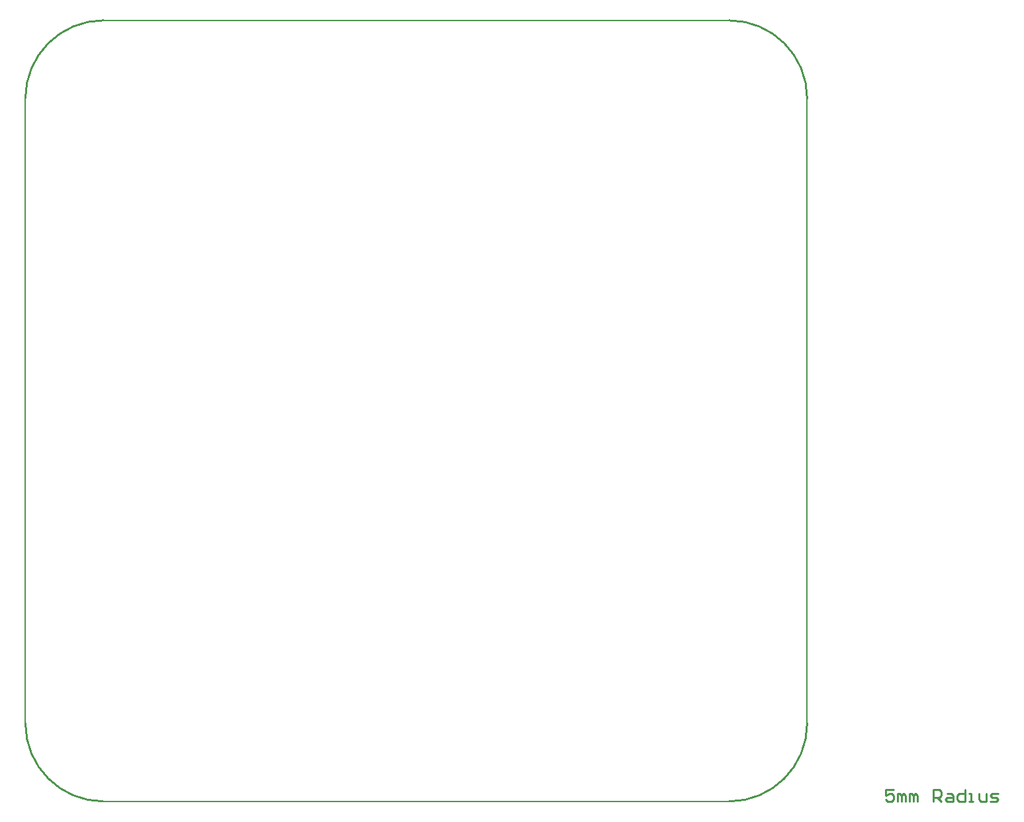
<source format=gko>
%FSLAX25Y25*%
%MOIN*%
G70*
G01*
G75*
G04 Layer_Color=32768*
%ADD10R,0.20276X0.12402*%
%ADD11O,0.00984X0.02756*%
%ADD12R,0.00984X0.02756*%
%ADD13R,0.02756X0.00984*%
%ADD14R,0.15197X0.10787*%
%ADD15R,0.01772X0.04134*%
%ADD16O,0.01772X0.04134*%
%ADD17R,0.04000X0.06000*%
%ADD18R,0.06000X0.04000*%
G04:AMPARAMS|DCode=19|XSize=40mil|YSize=60mil|CornerRadius=10mil|HoleSize=0mil|Usage=FLASHONLY|Rotation=0.000|XOffset=0mil|YOffset=0mil|HoleType=Round|Shape=RoundedRectangle|*
%AMROUNDEDRECTD19*
21,1,0.04000,0.04000,0,0,0.0*
21,1,0.02000,0.06000,0,0,0.0*
1,1,0.02000,0.01000,-0.02000*
1,1,0.02000,-0.01000,-0.02000*
1,1,0.02000,-0.01000,0.02000*
1,1,0.02000,0.01000,0.02000*
%
%ADD19ROUNDEDRECTD19*%
%ADD20R,0.01181X0.03543*%
%ADD21R,0.03543X0.01181*%
%ADD22R,0.05512X0.04724*%
%ADD23R,0.12992X0.05512*%
%ADD24R,0.04724X0.05512*%
%ADD25R,0.09449X0.05118*%
G04:AMPARAMS|DCode=26|XSize=35.43mil|YSize=39.37mil|CornerRadius=8.86mil|HoleSize=0mil|Usage=FLASHONLY|Rotation=90.000|XOffset=0mil|YOffset=0mil|HoleType=Round|Shape=RoundedRectangle|*
%AMROUNDEDRECTD26*
21,1,0.03543,0.02165,0,0,90.0*
21,1,0.01772,0.03937,0,0,90.0*
1,1,0.01772,0.01083,0.00886*
1,1,0.01772,0.01083,-0.00886*
1,1,0.01772,-0.01083,-0.00886*
1,1,0.01772,-0.01083,0.00886*
%
%ADD26ROUNDEDRECTD26*%
%ADD27R,0.03937X0.03543*%
%ADD28R,0.02756X0.01654*%
%ADD29R,0.12598X0.08268*%
%ADD30R,0.03543X0.08268*%
%ADD31O,0.02717X0.03898*%
%ADD32R,0.02717X0.03898*%
%ADD33R,0.01181X0.04724*%
%ADD34R,0.04724X0.01181*%
%ADD35O,0.03898X0.02717*%
%ADD36R,0.03898X0.02717*%
%ADD37R,0.05000X0.06299*%
%ADD38R,0.07087X0.05512*%
%ADD39R,0.14567X0.05906*%
%ADD40R,0.08661X0.05512*%
%ADD41R,0.03543X0.05512*%
%ADD42R,0.09843X0.06299*%
%ADD43R,0.14764X0.12992*%
%ADD44R,0.05512X0.08661*%
%ADD45R,0.05512X0.03543*%
%ADD46R,0.06299X0.07500*%
%ADD47R,0.05512X0.03740*%
%ADD48R,0.02953X0.04528*%
%ADD49R,0.01772X0.09055*%
%ADD50R,0.07874X0.09843*%
%ADD51R,0.06299X0.05000*%
%ADD52R,0.04331X0.04331*%
%ADD53R,0.02362X0.01969*%
%ADD54O,0.05512X0.03937*%
%ADD55R,0.05512X0.04724*%
%ADD56C,0.00600*%
%ADD57C,0.01000*%
%ADD58C,0.02000*%
%ADD59C,0.03937*%
%ADD60C,0.07874*%
%ADD61R,0.06693X0.09331*%
%ADD62R,0.09843X0.09843*%
%ADD63C,0.09843*%
%ADD64C,0.11811*%
%ADD65C,0.02756*%
%ADD66C,0.03543*%
%ADD67C,0.07000*%
%ADD68R,0.07000X0.07000*%
%ADD69R,0.07000X0.07000*%
%ADD70R,0.09843X0.09843*%
%ADD71R,0.11811X0.11811*%
%ADD72C,0.02800*%
%ADD73C,0.00787*%
%ADD74C,0.00984*%
%ADD75C,0.01969*%
%ADD76C,0.00500*%
%ADD77R,0.01969X0.01969*%
%ADD78R,0.03937X0.03937*%
%ADD79R,0.01575X0.01575*%
%ADD80R,0.07480X0.10236*%
%ADD81R,0.21076X0.13202*%
%ADD82O,0.01784X0.03556*%
%ADD83R,0.01784X0.03556*%
%ADD84R,0.03556X0.01784*%
%ADD85R,0.15997X0.11587*%
%ADD86R,0.02572X0.04934*%
%ADD87O,0.02572X0.04934*%
%ADD88R,0.04800X0.06800*%
%ADD89R,0.06800X0.04800*%
G04:AMPARAMS|DCode=90|XSize=48mil|YSize=68mil|CornerRadius=14mil|HoleSize=0mil|Usage=FLASHONLY|Rotation=0.000|XOffset=0mil|YOffset=0mil|HoleType=Round|Shape=RoundedRectangle|*
%AMROUNDEDRECTD90*
21,1,0.04800,0.04000,0,0,0.0*
21,1,0.02000,0.06800,0,0,0.0*
1,1,0.02800,0.01000,-0.02000*
1,1,0.02800,-0.01000,-0.02000*
1,1,0.02800,-0.01000,0.02000*
1,1,0.02800,0.01000,0.02000*
%
%ADD90ROUNDEDRECTD90*%
%ADD91R,0.01981X0.04343*%
%ADD92R,0.04343X0.01981*%
%ADD93R,0.06312X0.05524*%
%ADD94R,0.13792X0.06312*%
%ADD95R,0.05524X0.06312*%
%ADD96R,0.10249X0.05918*%
G04:AMPARAMS|DCode=97|XSize=43.43mil|YSize=47.37mil|CornerRadius=12.86mil|HoleSize=0mil|Usage=FLASHONLY|Rotation=90.000|XOffset=0mil|YOffset=0mil|HoleType=Round|Shape=RoundedRectangle|*
%AMROUNDEDRECTD97*
21,1,0.04343,0.02165,0,0,90.0*
21,1,0.01772,0.04737,0,0,90.0*
1,1,0.02572,0.01083,0.00886*
1,1,0.02572,0.01083,-0.00886*
1,1,0.02572,-0.01083,-0.00886*
1,1,0.02572,-0.01083,0.00886*
%
%ADD97ROUNDEDRECTD97*%
%ADD98R,0.04737X0.04343*%
%ADD99R,0.03556X0.02454*%
%ADD100R,0.13398X0.09068*%
%ADD101R,0.04343X0.09068*%
%ADD102O,0.03517X0.04698*%
%ADD103R,0.03517X0.04698*%
%ADD104R,0.01981X0.05524*%
%ADD105R,0.05524X0.01981*%
%ADD106O,0.04698X0.03517*%
%ADD107R,0.04698X0.03517*%
%ADD108R,0.05800X0.07099*%
%ADD109R,0.07887X0.06312*%
%ADD110R,0.15367X0.06706*%
%ADD111R,0.09461X0.06312*%
%ADD112R,0.04343X0.06312*%
%ADD113R,0.10642X0.07099*%
%ADD114R,0.15564X0.13792*%
%ADD115R,0.06312X0.09461*%
%ADD116R,0.06312X0.04343*%
%ADD117R,0.07099X0.08300*%
%ADD118R,0.06312X0.04540*%
%ADD119R,0.03753X0.05328*%
%ADD120R,0.02572X0.09855*%
%ADD121R,0.08674X0.10642*%
%ADD122R,0.07099X0.05800*%
%ADD123R,0.05131X0.05131*%
%ADD124R,0.03162X0.02769*%
%ADD125O,0.06312X0.04737*%
%ADD126R,0.06312X0.05524*%
%ADD127C,0.00800*%
%ADD128R,0.10642X0.10642*%
%ADD129C,0.10642*%
%ADD130C,0.12611*%
%ADD131C,0.03556*%
%ADD132C,0.04343*%
%ADD133C,0.07800*%
%ADD134R,0.07800X0.07800*%
%ADD135R,0.07800X0.07800*%
%ADD136R,0.10642X0.10642*%
%ADD137R,0.12611X0.12611*%
D57*
X39370Y393701D02*
G03*
X0Y354331I0J-39370D01*
G01*
X393701D02*
G03*
X354331Y393701I-39370J0D01*
G01*
Y0D02*
G03*
X393701Y39370I0J39370D01*
G01*
X0D02*
G03*
X39370Y0I39370J0D01*
G01*
X437070Y5998D02*
X433071D01*
Y2999D01*
X435070Y3999D01*
X436070D01*
X437070Y2999D01*
Y1000D01*
X436070Y0D01*
X434071D01*
X433071Y1000D01*
X439069Y0D02*
Y3999D01*
X440069D01*
X441068Y2999D01*
Y0D01*
Y2999D01*
X442068Y3999D01*
X443068Y2999D01*
Y0D01*
X445067D02*
Y3999D01*
X446067D01*
X447066Y2999D01*
Y0D01*
Y2999D01*
X448066Y3999D01*
X449066Y2999D01*
Y0D01*
X457063D02*
Y5998D01*
X460062D01*
X461062Y4998D01*
Y2999D01*
X460062Y1999D01*
X457063D01*
X459062D02*
X461062Y0D01*
X464061Y3999D02*
X466060D01*
X467060Y2999D01*
Y0D01*
X464061D01*
X463061Y1000D01*
X464061Y1999D01*
X467060D01*
X473058Y5998D02*
Y0D01*
X470059D01*
X469059Y1000D01*
Y2999D01*
X470059Y3999D01*
X473058D01*
X475057Y0D02*
X477057D01*
X476057D01*
Y3999D01*
X475057D01*
X480056D02*
Y1000D01*
X481055Y0D01*
X484054D01*
Y3999D01*
X486054Y0D02*
X489053D01*
X490052Y1000D01*
X489053Y1999D01*
X487053D01*
X486054Y2999D01*
X487053Y3999D01*
X490052D01*
D73*
X39370Y0D02*
X354331D01*
X0Y39370D02*
Y354331D01*
X393701Y39370D02*
Y354331D01*
X39370Y393701D02*
X354331D01*
M02*

</source>
